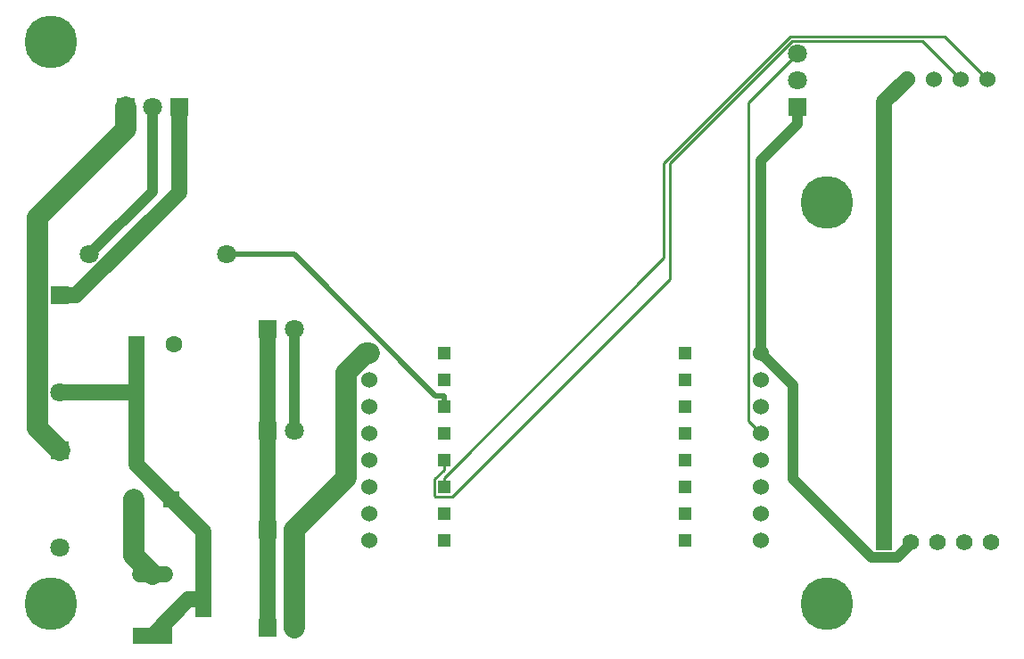
<source format=gbl>
G04 Layer: BottomLayer*
G04 EasyEDA v6.3.53, 2020-08-15T11:31:24+02:00*
G04 Gerber Generator version 0.2*
G04 Scale: 100 percent, Rotated: No, Reflected: No *
G04 Dimensions in millimeters *
G04 leading zeros omitted , absolute positions ,3 integer and 3 decimal *
%FSLAX33Y33*%
%MOMM*%
G90*
G71D02*

%ADD11C,1.999996*%
%ADD12C,0.259994*%
%ADD13C,0.499999*%
%ADD14C,0.999998*%
%ADD15C,1.499997*%
%ADD16C,4.999990*%
%ADD17C,1.799996*%
%ADD18R,1.799996X1.799996*%
%ADD19R,3.799992X1.499997*%
%ADD20R,1.499997X3.399993*%
%ADD21C,1.524000*%
%ADD22C,1.574800*%
%ADD23R,1.574800X1.574800*%
%ADD24R,1.599997X1.599997*%
%ADD25C,1.599997*%
%ADD26R,1.198880X1.198880*%

%LPD*%
G54D11*
G01X12573Y52306D02*
G01X4191Y43924D01*
G01X4191Y23954D01*
G01X6350Y21795D01*
G54D13*
G01X22120Y40436D02*
G01X28575Y40436D01*
G01X42003Y27007D01*
G01X42799Y27007D01*
G54D12*
G01X91821Y57073D02*
G01X88204Y60690D01*
G01X75829Y60690D01*
G01X64226Y49090D01*
G01X64226Y38100D01*
G01X43573Y17447D01*
G01X41983Y17447D01*
G01X41907Y17523D01*
G01X41907Y19095D01*
G01X42799Y19987D01*
G54D11*
G01X12573Y54406D02*
G01X12573Y52306D01*
G54D14*
G01X15113Y54406D02*
G01X15113Y46428D01*
G01X9121Y40436D01*
G54D15*
G01X17653Y54406D02*
G01X17653Y46316D01*
G01X7863Y36527D01*
G01X6350Y36527D01*
G54D12*
G01X76327Y59486D02*
G01X71661Y54820D01*
G01X71661Y24655D01*
G01X72898Y23418D01*
G01X42799Y18338D02*
G01X42799Y19230D01*
G01X42799Y19230D02*
G01X63654Y40086D01*
G01X63654Y49115D01*
G01X75653Y61114D01*
G01X90319Y61114D01*
G01X94361Y57073D01*
G01X42799Y20878D02*
G01X42799Y19987D01*
G54D13*
G01X42799Y25958D02*
G01X42799Y27007D01*
G54D14*
G01X76327Y52806D02*
G01X72898Y49377D01*
G01X72898Y31038D01*
G01X76327Y54406D02*
G01X76327Y52806D01*
G01X87122Y13131D02*
G01X87122Y12946D01*
G01X85821Y11643D01*
G01X83360Y11643D01*
G01X75920Y19083D01*
G01X75920Y28016D01*
G01X72898Y31038D01*
G01X28575Y33324D02*
G01X28575Y23672D01*
G54D15*
G01X16863Y17195D02*
G01X19926Y14132D01*
G01X19926Y7683D01*
G01X84582Y13131D02*
G01X84582Y54914D01*
G01X86741Y57073D01*
G01X15125Y4262D02*
G01X18547Y7683D01*
G01X19926Y7683D01*
G01X26035Y33324D02*
G01X26035Y23672D01*
G01X26035Y23672D02*
G01X26035Y14274D01*
G01X26035Y5003D02*
G01X26035Y14274D01*
G01X13616Y27327D02*
G01X6350Y27327D01*
G01X13616Y31927D02*
G01X13616Y27327D01*
G01X13616Y27327D02*
G01X13616Y20441D01*
G01X16863Y17195D01*
G54D11*
G01X13362Y17195D02*
G01X13362Y11826D01*
G01X15125Y10063D01*
G01X35687Y31038D02*
G01X35379Y31038D01*
G01X33500Y29159D01*
G01X33500Y19199D01*
G01X28575Y14274D01*
G01X28575Y5003D02*
G01X28575Y14274D01*
G01X28575Y5003D02*
G01X28575Y14274D01*
G54D16*
G01X5461Y7289D03*
G01X5461Y60629D03*
G01X79121Y7289D03*
G01X79121Y45389D03*
G54D17*
G01X28575Y14274D03*
G54D18*
G01X26035Y14274D03*
G54D17*
G01X28575Y5003D03*
G54D18*
G01X26035Y5003D03*
G54D17*
G01X28575Y23672D03*
G54D18*
G01X26035Y23672D03*
G54D17*
G01X28575Y33324D03*
G54D18*
G01X26035Y33324D03*
G54D19*
G01X15125Y4262D03*
G54D20*
G01X19926Y7684D03*
G54D21*
G01X35687Y31038D03*
G01X35687Y28498D03*
G01X35687Y25958D03*
G01X35687Y23418D03*
G01X35687Y20878D03*
G01X35687Y18338D03*
G01X35687Y15798D03*
G01X35687Y13258D03*
G01X72898Y13258D03*
G01X72898Y15798D03*
G01X72898Y18338D03*
G01X72898Y20878D03*
G01X72898Y23418D03*
G01X72898Y25958D03*
G01X72898Y28498D03*
G01X72898Y31038D03*
G01X86741Y57073D03*
G01X89281Y57073D03*
G01X91821Y57073D03*
G01X94361Y57073D03*
G54D17*
G01X6350Y27327D03*
G54D18*
G01X6350Y36527D03*
G01X6350Y21795D03*
G54D17*
G01X6350Y12595D03*
G54D22*
G01X94742Y13131D03*
G01X92202Y13131D03*
G01X89662Y13131D03*
G01X87122Y13131D03*
G54D23*
G01X84582Y13131D03*
G54D24*
G01X13616Y31927D03*
G54D25*
G01X17117Y31927D03*
G54D24*
G01X16863Y17195D03*
G54D25*
G01X13362Y17195D03*
G54D26*
G01X65659Y31038D03*
G01X65659Y28498D03*
G01X65659Y25958D03*
G01X65659Y23418D03*
G01X65659Y20878D03*
G01X65659Y18338D03*
G01X65659Y15798D03*
G01X65659Y13258D03*
G01X42799Y31038D03*
G01X42799Y28498D03*
G01X42799Y25958D03*
G01X42799Y23418D03*
G01X42799Y20878D03*
G01X42799Y18338D03*
G01X42799Y15798D03*
G01X42799Y13258D03*
G54D17*
G01X9120Y40436D03*
G01X22121Y40436D03*
G54D18*
G01X17653Y54406D03*
G54D17*
G01X15113Y54406D03*
G54D18*
G01X12573Y54406D03*
G54D17*
G01X76327Y59486D03*
G01X76327Y56946D03*
G54D18*
G01X76327Y54406D03*
G54D15*
G01X13975Y10062D02*
G01X16275Y10062D01*
M00*
M02*

</source>
